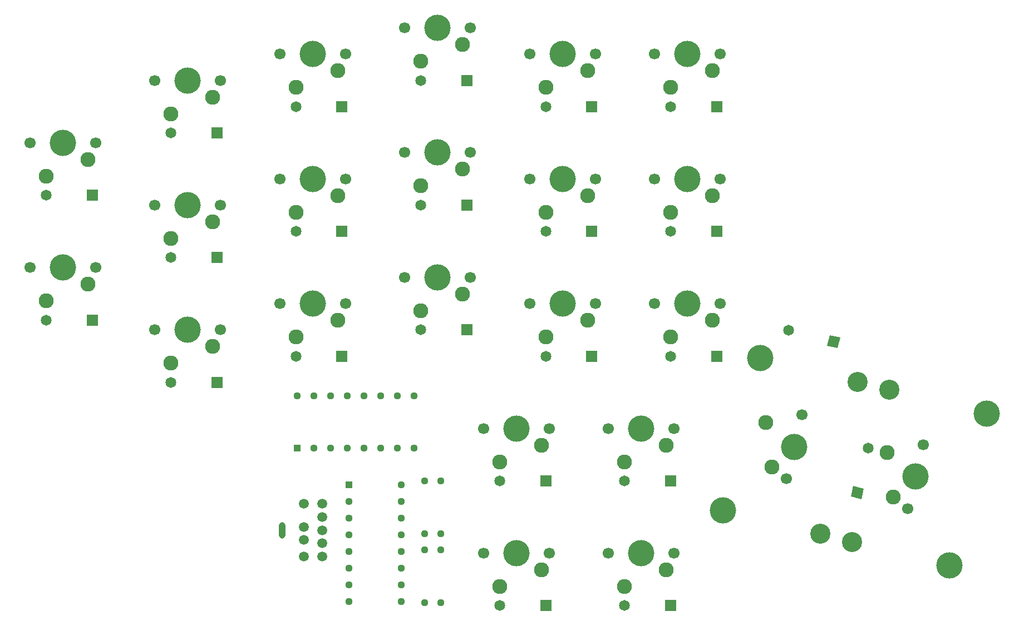
<source format=gbr>
%TF.GenerationSoftware,KiCad,Pcbnew,(5.1.10)-1*%
%TF.CreationDate,2021-07-03T11:15:49-05:00*%
%TF.ProjectId,LeftHand,4c656674-4861-46e6-942e-6b696361645f,rev?*%
%TF.SameCoordinates,Original*%
%TF.FileFunction,Soldermask,Top*%
%TF.FilePolarity,Negative*%
%FSLAX46Y46*%
G04 Gerber Fmt 4.6, Leading zero omitted, Abs format (unit mm)*
G04 Created by KiCad (PCBNEW (5.1.10)-1) date 2021-07-03 11:15:49*
%MOMM*%
%LPD*%
G01*
G04 APERTURE LIST*
%ADD10C,3.050000*%
%ADD11C,4.000000*%
%ADD12C,1.700000*%
%ADD13C,2.286000*%
%ADD14C,1.651000*%
%ADD15C,0.100000*%
%ADD16R,1.651000X1.651000*%
%ADD17C,1.130000*%
%ADD18R,1.130000X1.130000*%
%ADD19O,1.000000X2.500000*%
%ADD20C,1.500000*%
G04 APERTURE END LIST*
D10*
%TO.C,KT2_2*%
X147259150Y-76581322D03*
X141562971Y-99772009D03*
D11*
X162059236Y-80216572D03*
X156363057Y-103407259D03*
X151209000Y-89846400D03*
D12*
X152401667Y-84990729D03*
X150016333Y-94702071D03*
D13*
X147833506Y-92940547D03*
X146881513Y-86167969D03*
D14*
X144045801Y-85471451D03*
D15*
G36*
X141771305Y-91270810D02*
G01*
X143374648Y-91664629D01*
X142980829Y-93267972D01*
X141377486Y-92874153D01*
X141771305Y-91270810D01*
G37*
%TD*%
D11*
%TO.C,KT2_1*%
X121907764Y-94944228D03*
X127603943Y-71753541D03*
D10*
X142404029Y-75388791D03*
X136707850Y-98579478D03*
D11*
X132758000Y-85314400D03*
D12*
X133950667Y-80458729D03*
X131565333Y-90170071D03*
D13*
X129382506Y-88408547D03*
X128430513Y-81635969D03*
D14*
X131879707Y-67593367D03*
D15*
G36*
X138150575Y-68283603D02*
G01*
X139753918Y-68677422D01*
X139360099Y-70280765D01*
X137756756Y-69886946D01*
X138150575Y-68283603D01*
G37*
%TD*%
D16*
%TO.C,KA1*%
X44960000Y-56500000D03*
D14*
X37960000Y-56500000D03*
D13*
X37960000Y-53580000D03*
X44310000Y-51040000D03*
D12*
X45500000Y-48500000D03*
X35500000Y-48500000D03*
D11*
X40500000Y-48500000D03*
%TD*%
%TO.C,KB1*%
X116500000Y-63500000D03*
D12*
X111500000Y-63500000D03*
X121500000Y-63500000D03*
D13*
X120310000Y-66040000D03*
X113960000Y-68580000D03*
D14*
X113960000Y-71500000D03*
D16*
X120960000Y-71500000D03*
%TD*%
%TO.C,KC1*%
X82960000Y-67500000D03*
D14*
X75960000Y-67500000D03*
D13*
X75960000Y-64580000D03*
X82310000Y-62040000D03*
D12*
X83500000Y-59500000D03*
X73500000Y-59500000D03*
D11*
X78500000Y-59500000D03*
%TD*%
D16*
%TO.C,KD1*%
X82960000Y-48500000D03*
D14*
X75960000Y-48500000D03*
D13*
X75960000Y-45580000D03*
X82310000Y-43040000D03*
D12*
X83500000Y-40500000D03*
X73500000Y-40500000D03*
D11*
X78500000Y-40500000D03*
%TD*%
%TO.C,KE1*%
X78500000Y-21500000D03*
D12*
X73500000Y-21500000D03*
X83500000Y-21500000D03*
D13*
X82310000Y-24040000D03*
X75960000Y-26580000D03*
D14*
X75960000Y-29500000D03*
D16*
X82960000Y-29500000D03*
%TD*%
%TO.C,KESC1*%
X25960000Y-47000000D03*
D14*
X18960000Y-47000000D03*
D13*
X18960000Y-44080000D03*
X25310000Y-41540000D03*
D12*
X26500000Y-39000000D03*
X16500000Y-39000000D03*
D11*
X21500000Y-39000000D03*
%TD*%
%TO.C,KF1*%
X97500000Y-44500000D03*
D12*
X92500000Y-44500000D03*
X102500000Y-44500000D03*
D13*
X101310000Y-47040000D03*
X94960000Y-49580000D03*
D14*
X94960000Y-52500000D03*
D16*
X101960000Y-52500000D03*
%TD*%
%TO.C,KG1*%
X120960000Y-52500000D03*
D14*
X113960000Y-52500000D03*
D13*
X113960000Y-49580000D03*
X120310000Y-47040000D03*
D12*
X121500000Y-44500000D03*
X111500000Y-44500000D03*
D11*
X116500000Y-44500000D03*
%TD*%
%TO.C,KQ1*%
X40500000Y-29500000D03*
D12*
X35500000Y-29500000D03*
X45500000Y-29500000D03*
D13*
X44310000Y-32040000D03*
X37960000Y-34580000D03*
D14*
X37960000Y-37500000D03*
D16*
X44960000Y-37500000D03*
%TD*%
%TO.C,KR1*%
X101960000Y-33500000D03*
D14*
X94960000Y-33500000D03*
D13*
X94960000Y-30580000D03*
X101310000Y-28040000D03*
D12*
X102500000Y-25500000D03*
X92500000Y-25500000D03*
D11*
X97500000Y-25500000D03*
%TD*%
%TO.C,KS1*%
X59500000Y-44500000D03*
D12*
X54500000Y-44500000D03*
X64500000Y-44500000D03*
D13*
X63310000Y-47040000D03*
X56960000Y-49580000D03*
D14*
X56960000Y-52500000D03*
D16*
X63960000Y-52500000D03*
%TD*%
D11*
%TO.C,KT1*%
X116500000Y-25500000D03*
D12*
X111500000Y-25500000D03*
X121500000Y-25500000D03*
D13*
X120310000Y-28040000D03*
X113960000Y-30580000D03*
D14*
X113960000Y-33500000D03*
D16*
X120960000Y-33500000D03*
%TD*%
D11*
%TO.C,KTAB1*%
X21500000Y-58000000D03*
D12*
X16500000Y-58000000D03*
X26500000Y-58000000D03*
D13*
X25310000Y-60540000D03*
X18960000Y-63080000D03*
D14*
X18960000Y-66000000D03*
D16*
X25960000Y-66000000D03*
%TD*%
%TO.C,KTG_A1*%
X113960000Y-90500000D03*
D14*
X106960000Y-90500000D03*
D13*
X106960000Y-87580000D03*
X113310000Y-85040000D03*
D12*
X114500000Y-82500000D03*
X104500000Y-82500000D03*
D11*
X109500000Y-82500000D03*
%TD*%
%TO.C,KTG_B1*%
X90500000Y-82500000D03*
D12*
X85500000Y-82500000D03*
X95500000Y-82500000D03*
D13*
X94310000Y-85040000D03*
X87960000Y-87580000D03*
D14*
X87960000Y-90500000D03*
D16*
X94960000Y-90500000D03*
%TD*%
%TO.C,KTG_C1*%
X113960000Y-109500000D03*
D14*
X106960000Y-109500000D03*
D13*
X106960000Y-106580000D03*
X113310000Y-104040000D03*
D12*
X114500000Y-101500000D03*
X104500000Y-101500000D03*
D11*
X109500000Y-101500000D03*
%TD*%
%TO.C,KTG_D1*%
X90500000Y-101500000D03*
D12*
X85500000Y-101500000D03*
X95500000Y-101500000D03*
D13*
X94310000Y-104040000D03*
X87960000Y-106580000D03*
D14*
X87960000Y-109500000D03*
D16*
X94960000Y-109500000D03*
%TD*%
%TO.C,KV1*%
X101960000Y-71500000D03*
D14*
X94960000Y-71500000D03*
D13*
X94960000Y-68580000D03*
X101310000Y-66040000D03*
D12*
X102500000Y-63500000D03*
X92500000Y-63500000D03*
D11*
X97500000Y-63500000D03*
%TD*%
D16*
%TO.C,KW1*%
X63960000Y-33500000D03*
D14*
X56960000Y-33500000D03*
D13*
X56960000Y-30580000D03*
X63310000Y-28040000D03*
D12*
X64500000Y-25500000D03*
X54500000Y-25500000D03*
D11*
X59500000Y-25500000D03*
%TD*%
%TO.C,KX1*%
X59500000Y-63500000D03*
D12*
X54500000Y-63500000D03*
X64500000Y-63500000D03*
D13*
X63310000Y-66040000D03*
X56960000Y-68580000D03*
D14*
X56960000Y-71500000D03*
D16*
X63960000Y-71500000D03*
%TD*%
%TO.C,KZ1*%
X44960000Y-75500000D03*
D14*
X37960000Y-75500000D03*
D13*
X37960000Y-72580000D03*
X44310000Y-70040000D03*
D12*
X45500000Y-67500000D03*
X35500000Y-67500000D03*
D11*
X40500000Y-67500000D03*
%TD*%
D17*
%TO.C,R0*%
X76500000Y-101000000D03*
X76500000Y-109000000D03*
%TD*%
%TO.C,R1*%
X79000000Y-109000000D03*
X79000000Y-101000000D03*
%TD*%
%TO.C,R2*%
X76500000Y-98500000D03*
X76500000Y-90500000D03*
%TD*%
%TO.C,R3*%
X79000000Y-90500000D03*
X79000000Y-98500000D03*
%TD*%
%TO.C,UDEMUX1*%
X57110000Y-77530000D03*
X59650000Y-77530000D03*
X62190000Y-77530000D03*
X64730000Y-77530000D03*
X67270000Y-77530000D03*
X69810000Y-77530000D03*
X72350000Y-77530000D03*
X74890000Y-77530000D03*
X74890000Y-85470000D03*
X72350000Y-85470000D03*
X69810000Y-85470000D03*
X67270000Y-85470000D03*
X64730000Y-85470000D03*
X62190000Y-85470000D03*
X59650000Y-85470000D03*
D18*
X57110000Y-85470000D03*
%TD*%
D19*
%TO.C,UDINN9*%
X54850000Y-98000000D03*
D20*
X58200000Y-97500000D03*
X58200000Y-99500000D03*
X58200000Y-102000000D03*
X58200000Y-94000000D03*
X61000000Y-94000000D03*
X61000000Y-96000000D03*
X61000000Y-98000000D03*
X61000000Y-100000000D03*
X61000000Y-102000000D03*
%TD*%
D18*
%TO.C,UREG1*%
X65030000Y-91110000D03*
D17*
X65030000Y-93650000D03*
X65030000Y-96190000D03*
X65030000Y-98730000D03*
X65030000Y-101270000D03*
X65030000Y-103810000D03*
X65030000Y-106350000D03*
X65030000Y-108890000D03*
X72970000Y-108890000D03*
X72970000Y-106350000D03*
X72970000Y-103810000D03*
X72970000Y-101270000D03*
X72970000Y-98730000D03*
X72970000Y-96190000D03*
X72970000Y-93650000D03*
X72970000Y-91110000D03*
%TD*%
M02*

</source>
